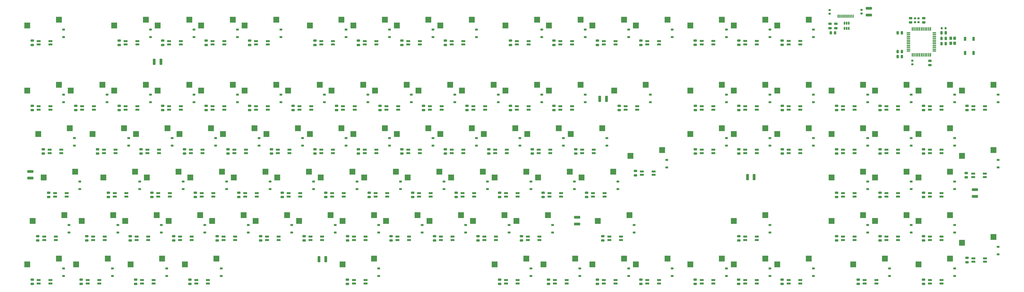
<source format=gbp>
%TF.GenerationSoftware,KiCad,Pcbnew,7.0.10*%
%TF.CreationDate,2024-01-14T19:19:27+05:30*%
%TF.ProjectId,kbd,6b62642e-6b69-4636-9164-5f7063625858,rev?*%
%TF.SameCoordinates,Original*%
%TF.FileFunction,Paste,Bot*%
%TF.FilePolarity,Positive*%
%FSLAX46Y46*%
G04 Gerber Fmt 4.6, Leading zero omitted, Abs format (unit mm)*
G04 Created by KiCad (PCBNEW 7.0.10) date 2024-01-14 19:19:27*
%MOMM*%
%LPD*%
G01*
G04 APERTURE LIST*
G04 Aperture macros list*
%AMRoundRect*
0 Rectangle with rounded corners*
0 $1 Rounding radius*
0 $2 $3 $4 $5 $6 $7 $8 $9 X,Y pos of 4 corners*
0 Add a 4 corners polygon primitive as box body*
4,1,4,$2,$3,$4,$5,$6,$7,$8,$9,$2,$3,0*
0 Add four circle primitives for the rounded corners*
1,1,$1+$1,$2,$3*
1,1,$1+$1,$4,$5*
1,1,$1+$1,$6,$7*
1,1,$1+$1,$8,$9*
0 Add four rect primitives between the rounded corners*
20,1,$1+$1,$2,$3,$4,$5,0*
20,1,$1+$1,$4,$5,$6,$7,0*
20,1,$1+$1,$6,$7,$8,$9,0*
20,1,$1+$1,$8,$9,$2,$3,0*%
G04 Aperture macros list end*
%ADD10R,2.550000X2.500000*%
%ADD11RoundRect,0.225000X0.375000X-0.225000X0.375000X0.225000X-0.375000X0.225000X-0.375000X-0.225000X0*%
%ADD12RoundRect,0.250000X0.475000X-0.250000X0.475000X0.250000X-0.475000X0.250000X-0.475000X-0.250000X0*%
%ADD13RoundRect,0.250000X-0.475000X0.250000X-0.475000X-0.250000X0.475000X-0.250000X0.475000X0.250000X0*%
%ADD14R,1.700000X0.820000*%
%ADD15RoundRect,0.205000X-0.645000X-0.205000X0.645000X-0.205000X0.645000X0.205000X-0.645000X0.205000X0*%
%ADD16RoundRect,0.205000X0.645000X0.205000X-0.645000X0.205000X-0.645000X-0.205000X0.645000X-0.205000X0*%
%ADD17RoundRect,0.250000X-0.325000X-1.100000X0.325000X-1.100000X0.325000X1.100000X-0.325000X1.100000X0*%
%ADD18RoundRect,0.250000X0.250000X0.475000X-0.250000X0.475000X-0.250000X-0.475000X0.250000X-0.475000X0*%
%ADD19RoundRect,0.250000X0.262500X0.450000X-0.262500X0.450000X-0.262500X-0.450000X0.262500X-0.450000X0*%
%ADD20R,0.550000X1.500000*%
%ADD21R,1.500000X0.550000*%
%ADD22RoundRect,0.250000X1.100000X-0.325000X1.100000X0.325000X-1.100000X0.325000X-1.100000X-0.325000X0*%
%ADD23RoundRect,0.200000X-0.275000X0.200000X-0.275000X-0.200000X0.275000X-0.200000X0.275000X0.200000X0*%
%ADD24RoundRect,0.150000X-0.150000X0.512500X-0.150000X-0.512500X0.150000X-0.512500X0.150000X0.512500X0*%
%ADD25R,1.100000X1.800000*%
%ADD26R,1.200000X1.400000*%
%ADD27RoundRect,0.250000X0.325000X1.100000X-0.325000X1.100000X-0.325000X-1.100000X0.325000X-1.100000X0*%
%ADD28RoundRect,0.200000X0.275000X-0.200000X0.275000X0.200000X-0.275000X0.200000X-0.275000X-0.200000X0*%
%ADD29RoundRect,0.250000X-1.100000X0.325000X-1.100000X-0.325000X1.100000X-0.325000X1.100000X0.325000X0*%
%ADD30R,0.600000X1.450000*%
%ADD31R,0.300000X1.450000*%
%ADD32RoundRect,0.250000X-0.250000X-0.475000X0.250000X-0.475000X0.250000X0.475000X-0.250000X0.475000X0*%
%ADD33RoundRect,0.200000X0.200000X0.275000X-0.200000X0.275000X-0.200000X-0.275000X0.200000X-0.275000X0*%
G04 APERTURE END LIST*
D10*
%TO.C,SW68*%
X273427500Y-183197500D03*
X287277500Y-180657500D03*
%TD*%
%TO.C,SW32*%
X397252500Y-145097500D03*
X411102500Y-142557500D03*
%TD*%
%TO.C,SW76*%
X111502500Y-202247500D03*
X125352500Y-199707500D03*
%TD*%
%TO.C,SW63*%
X178177500Y-183197500D03*
X192027500Y-180657500D03*
%TD*%
%TO.C,SW105*%
X449640000Y-221297500D03*
X463490000Y-218757500D03*
%TD*%
%TO.C,SW15*%
X397252500Y-116522500D03*
X411102500Y-113982500D03*
%TD*%
%TO.C,SW51*%
X352008750Y-173672500D03*
X365858750Y-171132500D03*
%TD*%
%TO.C,SW61*%
X140077500Y-183197500D03*
X153927500Y-180657500D03*
%TD*%
%TO.C,SW78*%
X149602500Y-202247500D03*
X163452500Y-199707500D03*
%TD*%
%TO.C,SW65*%
X216277500Y-183197500D03*
X230127500Y-180657500D03*
%TD*%
%TO.C,SW77*%
X130552500Y-202247500D03*
X144402500Y-199707500D03*
%TD*%
%TO.C,SW104*%
X416302500Y-221297500D03*
X430152500Y-218757500D03*
%TD*%
%TO.C,SW12*%
X335340000Y-116522500D03*
X349190000Y-113982500D03*
%TD*%
%TO.C,SW31*%
X378202500Y-145097500D03*
X392052500Y-142557500D03*
%TD*%
%TO.C,SW80*%
X187702500Y-202247500D03*
X201552500Y-199707500D03*
%TD*%
%TO.C,SW6*%
X211515000Y-116522500D03*
X225365000Y-113982500D03*
%TD*%
%TO.C,SW11*%
X316290000Y-116522500D03*
X330140000Y-113982500D03*
%TD*%
%TO.C,SW87*%
X337721250Y-202247500D03*
X351571250Y-199707500D03*
%TD*%
%TO.C,SW46*%
X249615000Y-164147500D03*
X263465000Y-161607500D03*
%TD*%
%TO.C,SW17*%
X87690000Y-145097500D03*
X101540000Y-142557500D03*
%TD*%
%TO.C,SW25*%
X240090000Y-145097500D03*
X253940000Y-142557500D03*
%TD*%
%TO.C,SW22*%
X182940000Y-145097500D03*
X196790000Y-142557500D03*
%TD*%
%TO.C,SW60*%
X121027500Y-183197500D03*
X134877500Y-180657500D03*
%TD*%
%TO.C,SW74*%
X478215000Y-183197500D03*
X492065000Y-180657500D03*
%TD*%
%TO.C,SW13*%
X354390000Y-116522500D03*
X368240000Y-113982500D03*
%TD*%
%TO.C,SW29*%
X316290000Y-145097500D03*
X330140000Y-142557500D03*
%TD*%
%TO.C,SW66*%
X235327500Y-183197500D03*
X249177500Y-180657500D03*
%TD*%
%TO.C,SW93*%
X87690000Y-221297500D03*
X101540000Y-218757500D03*
%TD*%
%TO.C,SW8*%
X249615000Y-116522500D03*
X263465000Y-113982500D03*
%TD*%
%TO.C,SW64*%
X197227500Y-183197500D03*
X211077500Y-180657500D03*
%TD*%
%TO.C,SW44*%
X211515000Y-164147500D03*
X225365000Y-161607500D03*
%TD*%
%TO.C,SW16*%
X416302500Y-116522500D03*
X430152500Y-113982500D03*
%TD*%
%TO.C,SW42*%
X173415000Y-164147500D03*
X187265000Y-161607500D03*
%TD*%
%TO.C,SW49*%
X306765000Y-164147500D03*
X320615000Y-161607500D03*
%TD*%
%TO.C,SW38*%
X92452500Y-164147500D03*
X106302500Y-161607500D03*
%TD*%
%TO.C,SW99*%
X313908750Y-221297500D03*
X327758750Y-218757500D03*
%TD*%
%TO.C,SW10*%
X297240000Y-116522500D03*
X311090000Y-113982500D03*
%TD*%
%TO.C,SW98*%
X292477500Y-221297500D03*
X306327500Y-218757500D03*
%TD*%
%TO.C,SW14*%
X378202500Y-116522500D03*
X392052500Y-113982500D03*
%TD*%
%TO.C,SW101*%
X354390000Y-221297500D03*
X368240000Y-218757500D03*
%TD*%
%TO.C,SW24*%
X221040000Y-145097500D03*
X234890000Y-142557500D03*
%TD*%
%TO.C,SW103*%
X397252500Y-221297500D03*
X411102500Y-218757500D03*
%TD*%
%TO.C,SW54*%
X416302500Y-164147500D03*
X430152500Y-161607500D03*
%TD*%
%TO.C,SW50*%
X325815000Y-164147500D03*
X339665000Y-161607500D03*
%TD*%
%TO.C,SW82*%
X225802500Y-202247500D03*
X239652500Y-199707500D03*
%TD*%
%TO.C,SW89*%
X440115000Y-202247500D03*
X453965000Y-199707500D03*
%TD*%
%TO.C,SW88*%
X397252500Y-202247500D03*
X411102500Y-199707500D03*
%TD*%
%TO.C,SW41*%
X154365000Y-164147500D03*
X168215000Y-161607500D03*
%TD*%
%TO.C,SW2*%
X125790000Y-116522500D03*
X139640000Y-113982500D03*
%TD*%
%TO.C,SW28*%
X297240000Y-145097500D03*
X311090000Y-142557500D03*
%TD*%
%TO.C,SW100*%
X335340000Y-221297500D03*
X349190000Y-218757500D03*
%TD*%
%TO.C,SW20*%
X144840000Y-145097500D03*
X158690000Y-142557500D03*
%TD*%
%TO.C,SW30*%
X344865000Y-145097500D03*
X358715000Y-142557500D03*
%TD*%
%TO.C,SW37*%
X497265000Y-145097500D03*
X511115000Y-142557500D03*
%TD*%
%TO.C,SW71*%
X330577500Y-183197500D03*
X344427500Y-180657500D03*
%TD*%
%TO.C,SW26*%
X259140000Y-145097500D03*
X272990000Y-142557500D03*
%TD*%
%TO.C,SW90*%
X459165000Y-202247500D03*
X473015000Y-199707500D03*
%TD*%
%TO.C,SW91*%
X478215000Y-202247500D03*
X492065000Y-199707500D03*
%TD*%
%TO.C,SW36*%
X478215000Y-145097500D03*
X492065000Y-142557500D03*
%TD*%
%TO.C,SW9*%
X268665000Y-116522500D03*
X282515000Y-113982500D03*
%TD*%
%TO.C,SW84*%
X263902500Y-202247500D03*
X277752500Y-199707500D03*
%TD*%
%TO.C,SW53*%
X397252500Y-164147500D03*
X411102500Y-161607500D03*
%TD*%
%TO.C,SW5*%
X182940000Y-116522500D03*
X196790000Y-113982500D03*
%TD*%
%TO.C,SW43*%
X192465000Y-164147500D03*
X206315000Y-161607500D03*
%TD*%
%TO.C,SW40*%
X135315000Y-164147500D03*
X149165000Y-161607500D03*
%TD*%
%TO.C,SW96*%
X156746250Y-221297500D03*
X170596250Y-218757500D03*
%TD*%
%TO.C,SW1*%
X87690000Y-116522500D03*
X101540000Y-113982500D03*
%TD*%
%TO.C,SW62*%
X159127500Y-183197500D03*
X172977500Y-180657500D03*
%TD*%
%TO.C,SW72*%
X440115000Y-183197500D03*
X453965000Y-180657500D03*
%TD*%
%TO.C,SW94*%
X122971250Y-218757500D03*
X109121250Y-221297500D03*
%TD*%
%TO.C,SW33*%
X416302500Y-145097500D03*
X430152500Y-142557500D03*
%TD*%
%TO.C,SW56*%
X459165000Y-164147500D03*
X473015000Y-161607500D03*
%TD*%
%TO.C,SW92*%
X497265000Y-211772500D03*
X511115000Y-209232500D03*
%TD*%
%TO.C,SW70*%
X311527500Y-183197500D03*
X325377500Y-180657500D03*
%TD*%
%TO.C,SW18*%
X106740000Y-145097500D03*
X120590000Y-142557500D03*
%TD*%
%TO.C,SW39*%
X116265000Y-164147500D03*
X130115000Y-161607500D03*
%TD*%
%TO.C,SW73*%
X459165000Y-183197500D03*
X473015000Y-180657500D03*
%TD*%
%TO.C,SW102*%
X378202500Y-221297500D03*
X392052500Y-218757500D03*
%TD*%
%TO.C,SW79*%
X168652500Y-202247500D03*
X182502500Y-199707500D03*
%TD*%
%TO.C,SW97*%
X225802500Y-221297500D03*
X239652500Y-218757500D03*
%TD*%
%TO.C,SW55*%
X440115000Y-164147500D03*
X453965000Y-161607500D03*
%TD*%
%TO.C,SW57*%
X478215000Y-164147500D03*
X492065000Y-161607500D03*
%TD*%
%TO.C,SW52*%
X378202500Y-164147500D03*
X392052500Y-161607500D03*
%TD*%
%TO.C,SW58*%
X497265000Y-173672500D03*
X511115000Y-171132500D03*
%TD*%
%TO.C,SW59*%
X94833750Y-183197500D03*
X108683750Y-180657500D03*
%TD*%
%TO.C,SW23*%
X201990000Y-145097500D03*
X215840000Y-142557500D03*
%TD*%
%TO.C,SW4*%
X163890000Y-116522500D03*
X177740000Y-113982500D03*
%TD*%
%TO.C,SW48*%
X287715000Y-164147500D03*
X301565000Y-161607500D03*
%TD*%
%TO.C,SW19*%
X125790000Y-145097500D03*
X139640000Y-142557500D03*
%TD*%
%TO.C,SW47*%
X268665000Y-164147500D03*
X282515000Y-161607500D03*
%TD*%
%TO.C,SW81*%
X206752500Y-202247500D03*
X220602500Y-199707500D03*
%TD*%
%TO.C,SW67*%
X254377500Y-183197500D03*
X268227500Y-180657500D03*
%TD*%
%TO.C,SW7*%
X230565000Y-116522500D03*
X244415000Y-113982500D03*
%TD*%
%TO.C,SW21*%
X163890000Y-145097500D03*
X177740000Y-142557500D03*
%TD*%
%TO.C,SW75*%
X90071250Y-202247500D03*
X103921250Y-199707500D03*
%TD*%
%TO.C,SW106*%
X478215000Y-221297500D03*
X492065000Y-218757500D03*
%TD*%
%TO.C,SW83*%
X244852500Y-202247500D03*
X258702500Y-199707500D03*
%TD*%
%TO.C,SW69*%
X292477500Y-183197500D03*
X306327500Y-180657500D03*
%TD*%
%TO.C,SW85*%
X282952500Y-202247500D03*
X296802500Y-199707500D03*
%TD*%
%TO.C,SW95*%
X132933750Y-221297500D03*
X146783750Y-218757500D03*
%TD*%
%TO.C,SW3*%
X144840000Y-116522500D03*
X158690000Y-113982500D03*
%TD*%
%TO.C,SW34*%
X440115000Y-145097500D03*
X453965000Y-142557500D03*
%TD*%
%TO.C,SW86*%
X302002500Y-202247500D03*
X315852500Y-199707500D03*
%TD*%
%TO.C,SW27*%
X278190000Y-145097500D03*
X292040000Y-142557500D03*
%TD*%
%TO.C,SW35*%
X459165000Y-145097500D03*
X473015000Y-142557500D03*
%TD*%
%TO.C,SW45*%
X230565000Y-164147500D03*
X244415000Y-161607500D03*
%TD*%
D11*
%TO.C,D62*%
X175021584Y-188280312D03*
X175021584Y-184980312D03*
%TD*%
D12*
%TO.C,C12*%
X418491880Y-125057352D03*
X418491880Y-123157352D03*
%TD*%
D11*
%TO.C,D55*%
X456009044Y-169230328D03*
X456009044Y-165930328D03*
%TD*%
%TO.C,D11*%
X332184288Y-121605368D03*
X332184288Y-118305368D03*
%TD*%
D13*
%TO.C,C36*%
X204192768Y-151747528D03*
X204192768Y-153647528D03*
%TD*%
D11*
%TO.C,D70*%
X327421584Y-188280312D03*
X327421584Y-184980312D03*
%TD*%
D14*
%TO.C,U9*%
X302249872Y-123372552D03*
X302249872Y-124872552D03*
D15*
X307349872Y-124872552D03*
D14*
X307349872Y-123372552D03*
%TD*%
D11*
%TO.C,D29*%
X332184096Y-150180344D03*
X332184096Y-146880344D03*
%TD*%
D13*
%TO.C,C87*%
X354210640Y-180322504D03*
X354210640Y-182222504D03*
%TD*%
D11*
%TO.C,D60*%
X136921584Y-188280312D03*
X136921584Y-184980312D03*
%TD*%
D12*
%TO.C,C26*%
X147042080Y-125072552D03*
X147042080Y-123172552D03*
%TD*%
D14*
%TO.C,U101*%
X324019592Y-229647464D03*
X324019592Y-228147464D03*
D16*
X318919592Y-228147464D03*
D14*
X318919592Y-229647464D03*
%TD*%
D17*
%TO.C,C103*%
X215525000Y-219000000D03*
X218475000Y-219000000D03*
%TD*%
D18*
%TO.C,C3*%
X470950000Y-119750000D03*
X469050000Y-119750000D03*
%TD*%
D12*
%TO.C,C61*%
X308966608Y-172697512D03*
X308966608Y-170797512D03*
%TD*%
D14*
%TO.C,U61*%
X131137216Y-191547496D03*
X131137216Y-190047496D03*
D16*
X126037216Y-190047496D03*
D14*
X126037216Y-191547496D03*
%TD*%
%TO.C,U32*%
X354975576Y-153447528D03*
X354975576Y-151947528D03*
D16*
X349875576Y-151947528D03*
D14*
X349875576Y-153447528D03*
%TD*%
D11*
%TO.C,D80*%
X203596578Y-207330296D03*
X203596578Y-204030296D03*
%TD*%
D12*
%TO.C,C71*%
X118466608Y-172697512D03*
X118466608Y-170797512D03*
%TD*%
D11*
%TO.C,D7*%
X246459288Y-121605368D03*
X246459288Y-118305368D03*
%TD*%
D12*
%TO.C,C24*%
X185142080Y-125072552D03*
X185142080Y-123172552D03*
%TD*%
D14*
%TO.C,U36*%
X450224576Y-153447528D03*
X450224576Y-151947528D03*
D16*
X445124576Y-151947528D03*
D14*
X445124576Y-153447528D03*
%TD*%
D12*
%TO.C,C99*%
X285154784Y-210797480D03*
X285154784Y-208897480D03*
%TD*%
D14*
%TO.C,U97*%
X143045592Y-229647464D03*
X143045592Y-228147464D03*
D16*
X137945592Y-228147464D03*
D14*
X137945592Y-229647464D03*
%TD*%
D11*
%TO.C,D42*%
X189309284Y-169230328D03*
X189309284Y-165930328D03*
%TD*%
%TO.C,D101*%
X370283960Y-226380280D03*
X370283960Y-223080280D03*
%TD*%
D12*
%TO.C,C18*%
X318492080Y-125072552D03*
X318492080Y-123172552D03*
%TD*%
D11*
%TO.C,D95*%
X148827710Y-226380280D03*
X148827710Y-223080280D03*
%TD*%
D13*
%TO.C,C75*%
X123229408Y-189847496D03*
X123229408Y-191747496D03*
%TD*%
D14*
%TO.C,U73*%
X362118448Y-182022504D03*
X362118448Y-180522504D03*
D16*
X357018448Y-180522504D03*
D14*
X357018448Y-182022504D03*
%TD*%
%TO.C,U98*%
X166857592Y-229647464D03*
X166857592Y-228147464D03*
D16*
X161757592Y-228147464D03*
D14*
X161757592Y-229647464D03*
%TD*%
%TO.C,U48*%
X311774720Y-170997512D03*
X311774720Y-172497512D03*
D15*
X316874720Y-172497512D03*
D14*
X316874720Y-170997512D03*
%TD*%
D11*
%TO.C,D21*%
X179784096Y-150180344D03*
X179784096Y-146880344D03*
%TD*%
%TO.C,D59*%
X110727834Y-188280312D03*
X110727834Y-184980312D03*
%TD*%
D13*
%TO.C,C119*%
X337540112Y-227947464D03*
X337540112Y-229847464D03*
%TD*%
D11*
%TO.C,D103*%
X413146460Y-226380280D03*
X413146460Y-223080280D03*
%TD*%
D14*
%TO.C,U84*%
X287962592Y-209097480D03*
X287962592Y-210597480D03*
D15*
X293062592Y-210597480D03*
D14*
X293062592Y-209097480D03*
%TD*%
%TO.C,U89*%
X192712592Y-209097480D03*
X192712592Y-210597480D03*
D15*
X197812592Y-210597480D03*
D14*
X197812592Y-209097480D03*
%TD*%
D19*
%TO.C,FB1*%
X441662500Y-119750000D03*
X439837500Y-119750000D03*
%TD*%
D18*
%TO.C,C7*%
X490200000Y-124500000D03*
X488300000Y-124500000D03*
%TD*%
D11*
%TO.C,D74*%
X494108960Y-188280312D03*
X494108960Y-184980312D03*
%TD*%
D13*
%TO.C,C86*%
X332779408Y-189847496D03*
X332779408Y-191747496D03*
%TD*%
D20*
%TO.C,U1*%
X475500000Y-118050000D03*
X476300000Y-118050000D03*
X477100000Y-118050000D03*
X477900000Y-118050000D03*
X478700000Y-118050000D03*
X479500000Y-118050000D03*
X480300000Y-118050000D03*
X481100000Y-118050000D03*
X481900000Y-118050000D03*
X482700000Y-118050000D03*
X483500000Y-118050000D03*
D21*
X485200000Y-119750000D03*
X485200000Y-120550000D03*
X485200000Y-121350000D03*
X485200000Y-122150000D03*
X485200000Y-122950000D03*
X485200000Y-123750000D03*
X485200000Y-124550000D03*
X485200000Y-125350000D03*
X485200000Y-126150000D03*
X485200000Y-126950000D03*
X485200000Y-127750000D03*
D20*
X483500000Y-129450000D03*
X482700000Y-129450000D03*
X481900000Y-129450000D03*
X481100000Y-129450000D03*
X480300000Y-129450000D03*
X479500000Y-129450000D03*
X478700000Y-129450000D03*
X477900000Y-129450000D03*
X477100000Y-129450000D03*
X476300000Y-129450000D03*
X475500000Y-129450000D03*
D21*
X473800000Y-127750000D03*
X473800000Y-126950000D03*
X473800000Y-126150000D03*
X473800000Y-125350000D03*
X473800000Y-124550000D03*
X473800000Y-123750000D03*
X473800000Y-122950000D03*
X473800000Y-122150000D03*
X473800000Y-121350000D03*
X473800000Y-120550000D03*
X473800000Y-119750000D03*
%TD*%
D11*
%TO.C,D45*%
X246459284Y-169230328D03*
X246459284Y-165930328D03*
%TD*%
D12*
%TO.C,C94*%
X461366784Y-210797480D03*
X461366784Y-208897480D03*
%TD*%
D18*
%TO.C,C4*%
X470950000Y-128000000D03*
X469050000Y-128000000D03*
%TD*%
D11*
%TO.C,D102*%
X394096460Y-226380280D03*
X394096460Y-223080280D03*
%TD*%
D14*
%TO.C,U100*%
X302588592Y-229647464D03*
X302588592Y-228147464D03*
D16*
X297488592Y-228147464D03*
D14*
X297488592Y-229647464D03*
%TD*%
D11*
%TO.C,D16*%
X432196788Y-121605368D03*
X432196788Y-118305368D03*
%TD*%
%TO.C,D46*%
X265509284Y-169230328D03*
X265509284Y-165930328D03*
%TD*%
D13*
%TO.C,C85*%
X313729408Y-189847496D03*
X313729408Y-191747496D03*
%TD*%
D14*
%TO.C,U17*%
X130799888Y-123372552D03*
X130799888Y-124872552D03*
D15*
X135899888Y-124872552D03*
D14*
X135899888Y-123372552D03*
%TD*%
%TO.C,U16*%
X149849872Y-123372552D03*
X149849872Y-124872552D03*
D15*
X154949872Y-124872552D03*
D14*
X154949872Y-123372552D03*
%TD*%
%TO.C,U95*%
X97802592Y-229647464D03*
X97802592Y-228147464D03*
D16*
X92702592Y-228147464D03*
D14*
X92702592Y-229647464D03*
%TD*%
D12*
%TO.C,C52*%
X499169112Y-183115472D03*
X499169112Y-181215472D03*
%TD*%
D14*
%TO.C,U54*%
X197474720Y-170997512D03*
X197474720Y-172497512D03*
D15*
X202574720Y-172497512D03*
D14*
X202574720Y-170997512D03*
%TD*%
%TO.C,U77*%
X502274576Y-218622472D03*
X502274576Y-220122472D03*
D15*
X507374576Y-220122472D03*
D14*
X507374576Y-218622472D03*
%TD*%
%TO.C,U81*%
X402262592Y-209097480D03*
X402262592Y-210597480D03*
D15*
X407362592Y-210597480D03*
D14*
X407362592Y-209097480D03*
%TD*%
D11*
%TO.C,D4*%
X179784288Y-121605368D03*
X179784288Y-118305368D03*
%TD*%
%TO.C,D61*%
X155971584Y-188280312D03*
X155971584Y-184980312D03*
%TD*%
%TO.C,D34*%
X456009072Y-150180344D03*
X456009072Y-146880344D03*
%TD*%
D14*
%TO.C,U26*%
X231150576Y-153447528D03*
X231150576Y-151947528D03*
D16*
X226050576Y-151947528D03*
D14*
X226050576Y-153447528D03*
%TD*%
D12*
%TO.C,C68*%
X175616608Y-172697512D03*
X175616608Y-170797512D03*
%TD*%
D11*
%TO.C,D104*%
X432196460Y-226380280D03*
X432196460Y-223080280D03*
%TD*%
%TO.C,D58*%
X513158944Y-178755320D03*
X513158944Y-175455320D03*
%TD*%
%TO.C,D19*%
X141684096Y-150180344D03*
X141684096Y-146880344D03*
%TD*%
D14*
%TO.C,U35*%
X426412576Y-153447528D03*
X426412576Y-151947528D03*
D16*
X421312576Y-151947528D03*
D14*
X421312576Y-153447528D03*
%TD*%
D22*
%TO.C,C88*%
X503000000Y-191475000D03*
X503000000Y-188525000D03*
%TD*%
D11*
%TO.C,D10*%
X313134288Y-121605368D03*
X313134288Y-118305368D03*
%TD*%
D14*
%TO.C,U41*%
X483224592Y-170997512D03*
X483224592Y-172497512D03*
D15*
X488324592Y-172497512D03*
D14*
X488324592Y-170997512D03*
%TD*%
D23*
%TO.C,R3*%
X475500000Y-131925000D03*
X475500000Y-133575000D03*
%TD*%
D24*
%TO.C,U2*%
X445800000Y-115560000D03*
X446750000Y-115560000D03*
X447700000Y-115560000D03*
X447700000Y-117835000D03*
X446750000Y-117835000D03*
X445800000Y-117835000D03*
%TD*%
D14*
%TO.C,U104*%
X388312592Y-229647464D03*
X388312592Y-228147464D03*
D16*
X383212592Y-228147464D03*
D14*
X383212592Y-229647464D03*
%TD*%
D13*
%TO.C,C113*%
X135135112Y-227947464D03*
X135135112Y-229847464D03*
%TD*%
D14*
%TO.C,U68*%
X264487216Y-191547496D03*
X264487216Y-190047496D03*
D16*
X259387216Y-190047496D03*
D14*
X259387216Y-191547496D03*
%TD*%
%TO.C,U93*%
X116512592Y-209097480D03*
X116512592Y-210597480D03*
D15*
X121612592Y-210597480D03*
D14*
X121612592Y-209097480D03*
%TD*%
%TO.C,U58*%
X121274720Y-170997512D03*
X121274720Y-172497512D03*
D15*
X126374720Y-172497512D03*
D14*
X126374720Y-170997512D03*
%TD*%
D11*
%TO.C,D39*%
X132159284Y-169230328D03*
X132159284Y-165930328D03*
%TD*%
D18*
%TO.C,C1*%
X470950000Y-130206250D03*
X469050000Y-130206250D03*
%TD*%
D11*
%TO.C,D51*%
X367902816Y-178755320D03*
X367902816Y-175455320D03*
%TD*%
D25*
%TO.C,SW999*%
X502350000Y-128600000D03*
X502350000Y-122400000D03*
X498650000Y-128600000D03*
X498650000Y-122400000D03*
%TD*%
D11*
%TO.C,D13*%
X370284288Y-121605368D03*
X370284288Y-118305368D03*
%TD*%
%TO.C,D91*%
X494108960Y-207330296D03*
X494108960Y-204030296D03*
%TD*%
D14*
%TO.C,U69*%
X283537216Y-191547496D03*
X283537216Y-190047496D03*
D16*
X278437216Y-190047496D03*
D14*
X278437216Y-191547496D03*
%TD*%
%TO.C,U83*%
X307012592Y-209097480D03*
X307012592Y-210597480D03*
D15*
X312112592Y-210597480D03*
D14*
X312112592Y-209097480D03*
%TD*%
D11*
%TO.C,D35*%
X475059072Y-150180344D03*
X475059072Y-146880344D03*
%TD*%
D12*
%TO.C,C9*%
X442000000Y-117700000D03*
X442000000Y-115800000D03*
%TD*%
D11*
%TO.C,D78*%
X165496578Y-207330296D03*
X165496578Y-204030296D03*
%TD*%
D12*
%TO.C,C69*%
X156566608Y-172697512D03*
X156566608Y-170797512D03*
%TD*%
D23*
%TO.C,R2*%
X476750000Y-113425000D03*
X476750000Y-115075000D03*
%TD*%
D11*
%TO.C,D64*%
X213121584Y-188280312D03*
X213121584Y-184980312D03*
%TD*%
%TO.C,D36*%
X494109072Y-150180344D03*
X494109072Y-146880344D03*
%TD*%
D14*
%TO.C,U25*%
X212100576Y-153447528D03*
X212100576Y-151947528D03*
D16*
X207000576Y-151947528D03*
D14*
X207000576Y-153447528D03*
%TD*%
D12*
%TO.C,C11*%
X480500000Y-115200000D03*
X480500000Y-113300000D03*
%TD*%
%TO.C,C23*%
X213717080Y-125072552D03*
X213717080Y-123172552D03*
%TD*%
%TO.C,C17*%
X337542080Y-125072552D03*
X337542080Y-123172552D03*
%TD*%
D14*
%TO.C,U85*%
X268912592Y-209097480D03*
X268912592Y-210597480D03*
D15*
X274012592Y-210597480D03*
D14*
X274012592Y-209097480D03*
%TD*%
D11*
%TO.C,D90*%
X475058960Y-207330296D03*
X475058960Y-204030296D03*
%TD*%
D14*
%TO.C,U8*%
X321299872Y-123372552D03*
X321299872Y-124872552D03*
D15*
X326399872Y-124872552D03*
D14*
X326399872Y-123372552D03*
%TD*%
D11*
%TO.C,D53*%
X413146544Y-169230328D03*
X413146544Y-165930328D03*
%TD*%
%TO.C,D43*%
X208359284Y-169230328D03*
X208359284Y-165930328D03*
%TD*%
%TO.C,D82*%
X241696578Y-207330296D03*
X241696578Y-204030296D03*
%TD*%
D12*
%TO.C,C102*%
X228004784Y-210797480D03*
X228004784Y-208897480D03*
%TD*%
%TO.C,C15*%
X380391880Y-125057352D03*
X380391880Y-123157352D03*
%TD*%
D14*
%TO.C,U59*%
X97462720Y-170997512D03*
X97462720Y-172497512D03*
D15*
X102562720Y-172497512D03*
D14*
X102562720Y-170997512D03*
%TD*%
D12*
%TO.C,C70*%
X137516608Y-172697512D03*
X137516608Y-170797512D03*
%TD*%
D11*
%TO.C,D50*%
X341709284Y-169230328D03*
X341709284Y-165930328D03*
%TD*%
%TO.C,D38*%
X108346784Y-169230328D03*
X108346784Y-165930328D03*
%TD*%
%TO.C,D5*%
X198834288Y-121605368D03*
X198834288Y-118305368D03*
%TD*%
D14*
%TO.C,U102*%
X345450592Y-229647464D03*
X345450592Y-228147464D03*
D16*
X340350592Y-228147464D03*
D14*
X340350592Y-229647464D03*
%TD*%
D11*
%TO.C,D49*%
X322659284Y-169230328D03*
X322659284Y-165930328D03*
%TD*%
D14*
%TO.C,U64*%
X188287216Y-191547496D03*
X188287216Y-190047496D03*
D16*
X183187216Y-190047496D03*
D14*
X183187216Y-191547496D03*
%TD*%
%TO.C,U79*%
X464174592Y-209097480D03*
X464174592Y-210597480D03*
D15*
X469274592Y-210597480D03*
D14*
X469274592Y-209097480D03*
%TD*%
%TO.C,U55*%
X178424720Y-170997512D03*
X178424720Y-172497512D03*
D15*
X183524720Y-172497512D03*
D14*
X183524720Y-170997512D03*
%TD*%
D11*
%TO.C,D24*%
X236934096Y-150180344D03*
X236934096Y-146880344D03*
%TD*%
D14*
%TO.C,U40*%
X502189200Y-181500200D03*
X502189200Y-183000200D03*
D15*
X507289200Y-183000200D03*
D14*
X507289200Y-181500200D03*
%TD*%
D13*
%TO.C,C80*%
X218479408Y-189847496D03*
X218479408Y-191747496D03*
%TD*%
D14*
%TO.C,U91*%
X154612592Y-209097480D03*
X154612592Y-210597480D03*
D15*
X159712592Y-210597480D03*
D14*
X159712592Y-209097480D03*
%TD*%
D13*
%TO.C,C82*%
X256579408Y-189847496D03*
X256579408Y-191747496D03*
%TD*%
D14*
%TO.C,U87*%
X230812592Y-209097480D03*
X230812592Y-210597480D03*
D15*
X235912592Y-210597480D03*
D14*
X235912592Y-209097480D03*
%TD*%
D11*
%TO.C,D31*%
X394096572Y-150180344D03*
X394096572Y-146880344D03*
%TD*%
%TO.C,D98*%
X308371460Y-226380280D03*
X308371460Y-223080280D03*
%TD*%
%TO.C,D66*%
X251221584Y-188280312D03*
X251221584Y-184980312D03*
%TD*%
D13*
%TO.C,C120*%
X356590112Y-227947464D03*
X356590112Y-229847464D03*
%TD*%
D14*
%TO.C,U30*%
X307350576Y-153447528D03*
X307350576Y-151947528D03*
D16*
X302250576Y-151947528D03*
D14*
X302250576Y-153447528D03*
%TD*%
%TO.C,U107*%
X459749592Y-229647464D03*
X459749592Y-228147464D03*
D16*
X454649592Y-228147464D03*
D14*
X454649592Y-229647464D03*
%TD*%
D13*
%TO.C,C49*%
X461366768Y-151747528D03*
X461366768Y-153647528D03*
%TD*%
D12*
%TO.C,C92*%
X499466768Y-220322472D03*
X499466768Y-218422472D03*
%TD*%
D14*
%TO.C,U18*%
X92699920Y-123372552D03*
X92699920Y-124872552D03*
D15*
X97799920Y-124872552D03*
D14*
X97799920Y-123372552D03*
%TD*%
D12*
%TO.C,C5*%
X474750000Y-115200000D03*
X474750000Y-113300000D03*
%TD*%
%TO.C,C21*%
X251817080Y-125072552D03*
X251817080Y-123172552D03*
%TD*%
D11*
%TO.C,D25*%
X255984096Y-150180344D03*
X255984096Y-146880344D03*
%TD*%
D12*
%TO.C,C101*%
X247054784Y-210797480D03*
X247054784Y-208897480D03*
%TD*%
D11*
%TO.C,D15*%
X413146788Y-121605368D03*
X413146788Y-118305368D03*
%TD*%
D14*
%TO.C,U19*%
X97800576Y-153447528D03*
X97800576Y-151947528D03*
D16*
X92700576Y-151947528D03*
D14*
X92700576Y-153447528D03*
%TD*%
D11*
%TO.C,D17*%
X103584096Y-150180344D03*
X103584096Y-146880344D03*
%TD*%
D12*
%TO.C,C100*%
X266104784Y-210797480D03*
X266104784Y-208897480D03*
%TD*%
D13*
%TO.C,C6*%
X483250000Y-132050000D03*
X483250000Y-133950000D03*
%TD*%
%TO.C,C123*%
X418502112Y-227947464D03*
X418502112Y-229847464D03*
%TD*%
D11*
%TO.C,D47*%
X284559284Y-169230328D03*
X284559284Y-165930328D03*
%TD*%
%TO.C,D71*%
X346471584Y-188280312D03*
X346471584Y-184980312D03*
%TD*%
D13*
%TO.C,C40*%
X280392768Y-151747528D03*
X280392768Y-153647528D03*
%TD*%
%TO.C,C89*%
X442316816Y-189847496D03*
X442316816Y-191747496D03*
%TD*%
D14*
%TO.C,U4*%
X402271672Y-123355352D03*
X402271672Y-124855352D03*
D15*
X407371672Y-124855352D03*
D14*
X407371672Y-123355352D03*
%TD*%
%TO.C,U76*%
X488324592Y-191547496D03*
X488324592Y-190047496D03*
D16*
X483224592Y-190047496D03*
D14*
X483224592Y-191547496D03*
%TD*%
D12*
%TO.C,C72*%
X94654608Y-172697512D03*
X94654608Y-170797512D03*
%TD*%
D14*
%TO.C,U52*%
X235574720Y-170997512D03*
X235574720Y-172497512D03*
D15*
X240674720Y-172497512D03*
D14*
X240674720Y-170997512D03*
%TD*%
%TO.C,U56*%
X159374720Y-170997512D03*
X159374720Y-172497512D03*
D15*
X164474720Y-172497512D03*
D14*
X164474720Y-170997512D03*
%TD*%
D12*
%TO.C,C55*%
X442316368Y-172697512D03*
X442316368Y-170797512D03*
%TD*%
D13*
%TO.C,C114*%
X158947112Y-227947464D03*
X158947112Y-229847464D03*
%TD*%
%TO.C,C50*%
X480416768Y-151747528D03*
X480416768Y-153647528D03*
%TD*%
%TO.C,C79*%
X199429408Y-189847496D03*
X199429408Y-191747496D03*
%TD*%
D14*
%TO.C,U3*%
X421299672Y-123357352D03*
X421299672Y-124857352D03*
D15*
X426399672Y-124857352D03*
D14*
X426399672Y-123357352D03*
%TD*%
D11*
%TO.C,D84*%
X279796578Y-207330296D03*
X279796578Y-204030296D03*
%TD*%
D14*
%TO.C,U44*%
X421312592Y-170997512D03*
X421312592Y-172497512D03*
D15*
X426412592Y-172497512D03*
D14*
X426412592Y-170997512D03*
%TD*%
%TO.C,U37*%
X469274576Y-153447528D03*
X469274576Y-151947528D03*
D16*
X464174576Y-151947528D03*
D14*
X464174576Y-153447528D03*
%TD*%
%TO.C,U47*%
X330824720Y-170997512D03*
X330824720Y-172497512D03*
D15*
X335924720Y-172497512D03*
D14*
X335924720Y-170997512D03*
%TD*%
%TO.C,U34*%
X407362576Y-153447528D03*
X407362576Y-151947528D03*
D16*
X402262576Y-151947528D03*
D14*
X402262576Y-153447528D03*
%TD*%
D12*
%TO.C,C107*%
X151804784Y-210797480D03*
X151804784Y-208897480D03*
%TD*%
D14*
%TO.C,U15*%
X168899872Y-123372552D03*
X168899872Y-124872552D03*
D15*
X173999872Y-124872552D03*
D14*
X173999872Y-123372552D03*
%TD*%
%TO.C,U38*%
X488324576Y-153447528D03*
X488324576Y-151947528D03*
D16*
X483224576Y-151947528D03*
D14*
X483224576Y-153447528D03*
%TD*%
D12*
%TO.C,C63*%
X270866608Y-172697512D03*
X270866608Y-170797512D03*
%TD*%
D14*
%TO.C,U99*%
X235913592Y-229647464D03*
X235913592Y-228147464D03*
D16*
X230813592Y-228147464D03*
D14*
X230813592Y-229647464D03*
%TD*%
D12*
%TO.C,C59*%
X380404368Y-172697512D03*
X380404368Y-170797512D03*
%TD*%
%TO.C,C65*%
X232766608Y-172697512D03*
X232766608Y-170797512D03*
%TD*%
%TO.C,C110*%
X92273784Y-210797480D03*
X92273784Y-208897480D03*
%TD*%
D14*
%TO.C,U51*%
X254624720Y-170997512D03*
X254624720Y-172497512D03*
D15*
X259724720Y-172497512D03*
D14*
X259724720Y-170997512D03*
%TD*%
%TO.C,U6*%
X359399872Y-123372552D03*
X359399872Y-124872552D03*
D15*
X364499872Y-124872552D03*
D14*
X364499872Y-123372552D03*
%TD*%
D26*
%TO.C,Y1*%
X494100000Y-122150000D03*
X494100000Y-124350000D03*
X492400000Y-124350000D03*
X492400000Y-122150000D03*
%TD*%
D13*
%TO.C,C112*%
X111323112Y-227947464D03*
X111323112Y-229847464D03*
%TD*%
D11*
%TO.C,D14*%
X394096788Y-121605368D03*
X394096788Y-118305368D03*
%TD*%
%TO.C,D99*%
X329802710Y-226380280D03*
X329802710Y-223080280D03*
%TD*%
D14*
%TO.C,U65*%
X207337216Y-191547496D03*
X207337216Y-190047496D03*
D16*
X202237216Y-190047496D03*
D14*
X202237216Y-191547496D03*
%TD*%
D11*
%TO.C,D100*%
X351233960Y-226380280D03*
X351233960Y-223080280D03*
%TD*%
%TO.C,D106*%
X494108960Y-226380280D03*
X494108960Y-223080280D03*
%TD*%
D12*
%TO.C,C105*%
X189904784Y-210797480D03*
X189904784Y-208897480D03*
%TD*%
D13*
%TO.C,C30*%
X89892768Y-151747528D03*
X89892768Y-153647528D03*
%TD*%
%TO.C,C35*%
X185142768Y-151747528D03*
X185142768Y-153647528D03*
%TD*%
D14*
%TO.C,U92*%
X135562592Y-209097480D03*
X135562592Y-210597480D03*
D15*
X140662592Y-210597480D03*
D14*
X140662592Y-209097480D03*
%TD*%
D13*
%TO.C,C90*%
X461366800Y-189847496D03*
X461366800Y-191747496D03*
%TD*%
D12*
%TO.C,C53*%
X480416368Y-172697512D03*
X480416368Y-170797512D03*
%TD*%
D27*
%TO.C,C43*%
X341475000Y-148750000D03*
X338525000Y-148750000D03*
%TD*%
D11*
%TO.C,D6*%
X227409288Y-121605368D03*
X227409288Y-118305368D03*
%TD*%
D27*
%TO.C,C58*%
X406225000Y-183058440D03*
X403275000Y-183058440D03*
%TD*%
D14*
%TO.C,U7*%
X340349872Y-123372552D03*
X340349872Y-124872552D03*
D15*
X345449872Y-124872552D03*
D14*
X345449872Y-123372552D03*
%TD*%
D13*
%TO.C,C124*%
X451839112Y-227947464D03*
X451839112Y-229847464D03*
%TD*%
D14*
%TO.C,U86*%
X249862592Y-209097480D03*
X249862592Y-210597480D03*
D15*
X254962592Y-210597480D03*
D14*
X254962592Y-209097480D03*
%TD*%
%TO.C,U45*%
X402262592Y-170997512D03*
X402262592Y-172497512D03*
D15*
X407362592Y-172497512D03*
D14*
X407362592Y-170997512D03*
%TD*%
D13*
%TO.C,C51*%
X499466768Y-151747528D03*
X499466768Y-153647528D03*
%TD*%
D12*
%TO.C,C67*%
X194666608Y-172697512D03*
X194666608Y-170797512D03*
%TD*%
D13*
%TO.C,C111*%
X89892112Y-227947464D03*
X89892112Y-229847464D03*
%TD*%
%TO.C,C33*%
X147042768Y-151747528D03*
X147042768Y-153647528D03*
%TD*%
D12*
%TO.C,C57*%
X399454368Y-172697512D03*
X399454368Y-170797512D03*
%TD*%
D14*
%TO.C,U49*%
X292724720Y-170997512D03*
X292724720Y-172497512D03*
D15*
X297824720Y-172497512D03*
D14*
X297824720Y-170997512D03*
%TD*%
%TO.C,U43*%
X445124592Y-170997512D03*
X445124592Y-172497512D03*
D15*
X450224592Y-172497512D03*
D14*
X450224592Y-170997512D03*
%TD*%
%TO.C,U70*%
X302587216Y-191547496D03*
X302587216Y-190047496D03*
D16*
X297487216Y-190047496D03*
D14*
X297487216Y-191547496D03*
%TD*%
D11*
%TO.C,D52*%
X394096544Y-169230328D03*
X394096544Y-165930328D03*
%TD*%
D13*
%TO.C,C78*%
X180379408Y-189847496D03*
X180379408Y-191747496D03*
%TD*%
D14*
%TO.C,U28*%
X269250576Y-153447528D03*
X269250576Y-151947528D03*
D16*
X264150576Y-151947528D03*
D14*
X264150576Y-153447528D03*
%TD*%
D11*
%TO.C,D79*%
X184546578Y-207330296D03*
X184546578Y-204030296D03*
%TD*%
D14*
%TO.C,U94*%
X95081592Y-209097480D03*
X95081592Y-210597480D03*
D15*
X100181592Y-210597480D03*
D14*
X100181592Y-209097480D03*
%TD*%
D11*
%TO.C,D41*%
X170259284Y-169230328D03*
X170259284Y-165930328D03*
%TD*%
D14*
%TO.C,U13*%
X216524872Y-123372552D03*
X216524872Y-124872552D03*
D15*
X221624872Y-124872552D03*
D14*
X221624872Y-123372552D03*
%TD*%
D12*
%TO.C,C56*%
X418504368Y-172697512D03*
X418504368Y-170797512D03*
%TD*%
D14*
%TO.C,U50*%
X273674720Y-170997512D03*
X273674720Y-172497512D03*
D15*
X278774720Y-172497512D03*
D14*
X278774720Y-170997512D03*
%TD*%
D11*
%TO.C,D30*%
X360759072Y-150180344D03*
X360759072Y-146880344D03*
%TD*%
D14*
%TO.C,U67*%
X245437216Y-191547496D03*
X245437216Y-190047496D03*
D16*
X240337216Y-190047496D03*
D14*
X240337216Y-191547496D03*
%TD*%
D12*
%TO.C,C96*%
X399454784Y-210797480D03*
X399454784Y-208897480D03*
%TD*%
%TO.C,C25*%
X166092080Y-125072552D03*
X166092080Y-123172552D03*
%TD*%
D14*
%TO.C,U33*%
X388312576Y-153447528D03*
X388312576Y-151947528D03*
D16*
X383212576Y-151947528D03*
D14*
X383212576Y-153447528D03*
%TD*%
D11*
%TO.C,D67*%
X270271584Y-188280312D03*
X270271584Y-184980312D03*
%TD*%
D13*
%TO.C,C31*%
X108942768Y-151747528D03*
X108942768Y-153647528D03*
%TD*%
D14*
%TO.C,U57*%
X140324720Y-170997512D03*
X140324720Y-172497512D03*
D15*
X145424720Y-172497512D03*
D14*
X145424720Y-170997512D03*
%TD*%
D11*
%TO.C,D18*%
X122634096Y-150180344D03*
X122634096Y-146880344D03*
%TD*%
D13*
%TO.C,C42*%
X318492768Y-151747528D03*
X318492768Y-153647528D03*
%TD*%
D11*
%TO.C,D44*%
X227409284Y-169230328D03*
X227409284Y-165930328D03*
%TD*%
D14*
%TO.C,U39*%
X507374576Y-153447528D03*
X507374576Y-151947528D03*
D16*
X502274576Y-151947528D03*
D14*
X502274576Y-153447528D03*
%TD*%
D13*
%TO.C,C34*%
X166092768Y-151747528D03*
X166092768Y-153647528D03*
%TD*%
D11*
%TO.C,D87*%
X353615328Y-207330296D03*
X353615328Y-204030296D03*
%TD*%
D12*
%TO.C,C19*%
X299442080Y-125072552D03*
X299442080Y-123172552D03*
%TD*%
D11*
%TO.C,D28*%
X313134096Y-150180344D03*
X313134096Y-146880344D03*
%TD*%
%TO.C,D86*%
X317896578Y-207330296D03*
X317896578Y-204030296D03*
%TD*%
%TO.C,D68*%
X289321584Y-188280312D03*
X289321584Y-184980312D03*
%TD*%
D13*
%TO.C,C39*%
X261342768Y-151747528D03*
X261342768Y-153647528D03*
%TD*%
%TO.C,C84*%
X294679408Y-189847496D03*
X294679408Y-191747496D03*
%TD*%
D12*
%TO.C,C27*%
X127992080Y-125072552D03*
X127992080Y-123172552D03*
%TD*%
D28*
%TO.C,R5*%
X453250000Y-111325000D03*
X453250000Y-109675000D03*
%TD*%
D14*
%TO.C,U106*%
X426412592Y-229647464D03*
X426412592Y-228147464D03*
D16*
X421312592Y-228147464D03*
D14*
X421312592Y-229647464D03*
%TD*%
D11*
%TO.C,D83*%
X260746578Y-207330296D03*
X260746578Y-204030296D03*
%TD*%
D14*
%TO.C,U5*%
X383199672Y-123357352D03*
X383199672Y-124857352D03*
D15*
X388299672Y-124857352D03*
D14*
X388299672Y-123357352D03*
%TD*%
D18*
%TO.C,C8*%
X490200000Y-122250000D03*
X488300000Y-122250000D03*
%TD*%
D11*
%TO.C,D77*%
X146446578Y-207330296D03*
X146446578Y-204030296D03*
%TD*%
D12*
%TO.C,C60*%
X328016608Y-172697512D03*
X328016608Y-170797512D03*
%TD*%
D29*
%TO.C,C13*%
X456500000Y-109025000D03*
X456500000Y-111975000D03*
%TD*%
D13*
%TO.C,C45*%
X380404768Y-151747528D03*
X380404768Y-153647528D03*
%TD*%
%TO.C,C81*%
X237529408Y-189847496D03*
X237529408Y-191747496D03*
%TD*%
%TO.C,C32*%
X127992768Y-151747528D03*
X127992768Y-153647528D03*
%TD*%
D12*
%TO.C,C95*%
X442316784Y-210797480D03*
X442316784Y-208897480D03*
%TD*%
%TO.C,C64*%
X251816608Y-172697512D03*
X251816608Y-170797512D03*
%TD*%
D14*
%TO.C,U23*%
X174000576Y-153447528D03*
X174000576Y-151947528D03*
D16*
X168900576Y-151947528D03*
D14*
X168900576Y-153447528D03*
%TD*%
D12*
%TO.C,C66*%
X213716608Y-172697512D03*
X213716608Y-170797512D03*
%TD*%
D14*
%TO.C,U108*%
X488324592Y-229647464D03*
X488324592Y-228147464D03*
D16*
X483224592Y-228147464D03*
D14*
X483224592Y-229647464D03*
%TD*%
D13*
%TO.C,C47*%
X418504768Y-151747528D03*
X418504768Y-153647528D03*
%TD*%
D14*
%TO.C,U72*%
X340687216Y-191547496D03*
X340687216Y-190047496D03*
D16*
X335587216Y-190047496D03*
D14*
X335587216Y-191547496D03*
%TD*%
D13*
%TO.C,C83*%
X275629408Y-189847496D03*
X275629408Y-191747496D03*
%TD*%
D14*
%TO.C,U88*%
X211762592Y-209097480D03*
X211762592Y-210597480D03*
D15*
X216862592Y-210597480D03*
D14*
X216862592Y-209097480D03*
%TD*%
D30*
%TO.C,J2*%
X442995000Y-112525000D03*
X443795000Y-112525000D03*
D31*
X444995000Y-112525000D03*
X445995000Y-112525000D03*
X446495000Y-112525000D03*
X447495000Y-112525000D03*
D30*
X448695000Y-112525000D03*
X449495000Y-112525000D03*
X449495000Y-112525000D03*
X448695000Y-112525000D03*
D31*
X447995000Y-112525000D03*
X446995000Y-112525000D03*
X445495000Y-112525000D03*
X444495000Y-112525000D03*
D30*
X443795000Y-112525000D03*
X442995000Y-112525000D03*
%TD*%
D14*
%TO.C,U62*%
X150187216Y-191547496D03*
X150187216Y-190047496D03*
D16*
X145087216Y-190047496D03*
D14*
X145087216Y-191547496D03*
%TD*%
D13*
%TO.C,C117*%
X316109112Y-227947464D03*
X316109112Y-229847464D03*
%TD*%
%TO.C,C74*%
X97035408Y-189847496D03*
X97035408Y-191747496D03*
%TD*%
D14*
%TO.C,U27*%
X250200576Y-153447528D03*
X250200576Y-151947528D03*
D16*
X245100576Y-151947528D03*
D14*
X245100576Y-153447528D03*
%TD*%
%TO.C,U53*%
X216524720Y-170997512D03*
X216524720Y-172497512D03*
D15*
X221624720Y-172497512D03*
D14*
X221624720Y-170997512D03*
%TD*%
D11*
%TO.C,D105*%
X465533960Y-226380280D03*
X465533960Y-223080280D03*
%TD*%
D13*
%TO.C,C44*%
X347067768Y-151747528D03*
X347067768Y-153647528D03*
%TD*%
D14*
%TO.C,U60*%
X104943216Y-191547496D03*
X104943216Y-190047496D03*
D16*
X99843216Y-190047496D03*
D14*
X99843216Y-191547496D03*
%TD*%
D11*
%TO.C,D76*%
X127396578Y-207330296D03*
X127396578Y-204030296D03*
%TD*%
D13*
%TO.C,C77*%
X161329408Y-189847496D03*
X161329408Y-191747496D03*
%TD*%
D11*
%TO.C,D94*%
X125015210Y-226380280D03*
X125015210Y-223080280D03*
%TD*%
%TO.C,D37*%
X513159072Y-150180344D03*
X513159072Y-146880344D03*
%TD*%
%TO.C,D89*%
X456008960Y-207330296D03*
X456008960Y-204030296D03*
%TD*%
%TO.C,D92*%
X513158944Y-216855288D03*
X513158944Y-213555288D03*
%TD*%
D13*
%TO.C,C115*%
X228003112Y-227947464D03*
X228003112Y-229847464D03*
%TD*%
D11*
%TO.C,D85*%
X298846578Y-207330296D03*
X298846578Y-204030296D03*
%TD*%
D13*
%TO.C,C46*%
X399454768Y-151747528D03*
X399454768Y-153647528D03*
%TD*%
D11*
%TO.C,D20*%
X160734096Y-150180344D03*
X160734096Y-146880344D03*
%TD*%
%TO.C,D54*%
X432196544Y-169230328D03*
X432196544Y-165930328D03*
%TD*%
D14*
%TO.C,U11*%
X254624872Y-123372552D03*
X254624872Y-124872552D03*
D15*
X259724872Y-124872552D03*
D14*
X259724872Y-123372552D03*
%TD*%
%TO.C,U29*%
X288300576Y-153447528D03*
X288300576Y-151947528D03*
D16*
X283200576Y-151947528D03*
D14*
X283200576Y-153447528D03*
%TD*%
D22*
%TO.C,C118*%
X328612224Y-203583424D03*
X328612224Y-200633424D03*
%TD*%
D11*
%TO.C,D40*%
X151209284Y-169230328D03*
X151209284Y-165930328D03*
%TD*%
%TO.C,D26*%
X275034096Y-150180344D03*
X275034096Y-146880344D03*
%TD*%
%TO.C,D73*%
X475058960Y-188280312D03*
X475058960Y-184980312D03*
%TD*%
D13*
%TO.C,C91*%
X480416784Y-189847496D03*
X480416784Y-191747496D03*
%TD*%
D14*
%TO.C,U103*%
X364500592Y-229647464D03*
X364500592Y-228147464D03*
D16*
X359400592Y-228147464D03*
D14*
X359400592Y-229647464D03*
%TD*%
D11*
%TO.C,D96*%
X172640210Y-226380280D03*
X172640210Y-223080280D03*
%TD*%
D14*
%TO.C,U71*%
X321637216Y-191547496D03*
X321637216Y-190047496D03*
D16*
X316537216Y-190047496D03*
D14*
X316537216Y-191547496D03*
%TD*%
D12*
%TO.C,C22*%
X232767080Y-125072552D03*
X232767080Y-123172552D03*
%TD*%
D13*
%TO.C,C76*%
X142279408Y-189847496D03*
X142279408Y-191747496D03*
%TD*%
D32*
%TO.C,C2*%
X488300000Y-119750000D03*
X490200000Y-119750000D03*
%TD*%
D12*
%TO.C,C54*%
X461366368Y-172697512D03*
X461366368Y-170797512D03*
%TD*%
D13*
%TO.C,C125*%
X480414112Y-227947464D03*
X480414112Y-229847464D03*
%TD*%
D14*
%TO.C,U66*%
X226387216Y-191547496D03*
X226387216Y-190047496D03*
D16*
X221287216Y-190047496D03*
D14*
X221287216Y-191547496D03*
%TD*%
D11*
%TO.C,D2*%
X141684288Y-121605368D03*
X141684288Y-118305368D03*
%TD*%
D14*
%TO.C,U96*%
X119233592Y-229647464D03*
X119233592Y-228147464D03*
D16*
X114133592Y-228147464D03*
D14*
X114133592Y-229647464D03*
%TD*%
D11*
%TO.C,D69*%
X308371584Y-188280312D03*
X308371584Y-184980312D03*
%TD*%
D14*
%TO.C,U42*%
X464174592Y-170997512D03*
X464174592Y-172497512D03*
D15*
X469274592Y-172497512D03*
D14*
X469274592Y-170997512D03*
%TD*%
%TO.C,U105*%
X407362592Y-229647464D03*
X407362592Y-228147464D03*
D16*
X402262592Y-228147464D03*
D14*
X402262592Y-229647464D03*
%TD*%
D11*
%TO.C,D65*%
X232171584Y-188280312D03*
X232171584Y-184980312D03*
%TD*%
D14*
%TO.C,U14*%
X187949872Y-123372552D03*
X187949872Y-124872552D03*
D15*
X193049872Y-124872552D03*
D14*
X193049872Y-123372552D03*
%TD*%
D13*
%TO.C,C121*%
X380402112Y-227947464D03*
X380402112Y-229847464D03*
%TD*%
D11*
%TO.C,D56*%
X475059044Y-169230328D03*
X475059044Y-165930328D03*
%TD*%
D12*
%TO.C,C98*%
X304204784Y-210797480D03*
X304204784Y-208897480D03*
%TD*%
D14*
%TO.C,U20*%
X116850576Y-153447528D03*
X116850576Y-151947528D03*
D16*
X111750576Y-151947528D03*
D14*
X111750576Y-153447528D03*
%TD*%
D17*
%TO.C,C28*%
X143275000Y-132500000D03*
X146225000Y-132500000D03*
%TD*%
D14*
%TO.C,U10*%
X273674872Y-123372552D03*
X273674872Y-124872552D03*
D15*
X278774872Y-124872552D03*
D14*
X278774872Y-123372552D03*
%TD*%
D12*
%TO.C,C93*%
X480416784Y-210797480D03*
X480416784Y-208897480D03*
%TD*%
D14*
%TO.C,U22*%
X154950576Y-153447528D03*
X154950576Y-151947528D03*
D16*
X149850576Y-151947528D03*
D14*
X149850576Y-153447528D03*
%TD*%
D12*
%TO.C,C104*%
X208954784Y-210797480D03*
X208954784Y-208897480D03*
%TD*%
D13*
%TO.C,C122*%
X399452112Y-227947464D03*
X399452112Y-229847464D03*
%TD*%
D14*
%TO.C,U21*%
X135900576Y-153447528D03*
X135900576Y-151947528D03*
D16*
X130800576Y-151947528D03*
D14*
X130800576Y-153447528D03*
%TD*%
D11*
%TO.C,D8*%
X265509288Y-121605368D03*
X265509288Y-118305368D03*
%TD*%
%TO.C,D93*%
X103583960Y-226380280D03*
X103583960Y-223080280D03*
%TD*%
D13*
%TO.C,C48*%
X442316768Y-151747528D03*
X442316768Y-153647528D03*
%TD*%
D12*
%TO.C,C106*%
X170854784Y-210797480D03*
X170854784Y-208897480D03*
%TD*%
D33*
%TO.C,R1*%
X490075000Y-117750000D03*
X488425000Y-117750000D03*
%TD*%
D12*
%TO.C,C108*%
X132754784Y-210797480D03*
X132754784Y-208897480D03*
%TD*%
D14*
%TO.C,U90*%
X173662592Y-209097480D03*
X173662592Y-210597480D03*
D15*
X178762592Y-210597480D03*
D14*
X178762592Y-209097480D03*
%TD*%
D12*
%TO.C,C14*%
X399463880Y-125055352D03*
X399463880Y-123155352D03*
%TD*%
D11*
%TO.C,D63*%
X194071584Y-188280312D03*
X194071584Y-184980312D03*
%TD*%
D12*
%TO.C,C62*%
X289916608Y-172697512D03*
X289916608Y-170797512D03*
%TD*%
%TO.C,C97*%
X339923784Y-210797480D03*
X339923784Y-208897480D03*
%TD*%
D11*
%TO.C,D97*%
X241696460Y-226380280D03*
X241696460Y-223080280D03*
%TD*%
%TO.C,D57*%
X494109044Y-169230328D03*
X494109044Y-165930328D03*
%TD*%
%TO.C,D88*%
X413146460Y-207330296D03*
X413146460Y-204030296D03*
%TD*%
D12*
%TO.C,C109*%
X113704784Y-210797480D03*
X113704784Y-208897480D03*
%TD*%
D13*
%TO.C,C38*%
X242292768Y-151747528D03*
X242292768Y-153647528D03*
%TD*%
D11*
%TO.C,D72*%
X456008960Y-188280312D03*
X456008960Y-184980312D03*
%TD*%
D14*
%TO.C,U75*%
X469274608Y-191547496D03*
X469274608Y-190047496D03*
D16*
X464174608Y-190047496D03*
D14*
X464174608Y-191547496D03*
%TD*%
D13*
%TO.C,C37*%
X223242768Y-151747528D03*
X223242768Y-153647528D03*
%TD*%
D12*
%TO.C,C10*%
X439500000Y-117700000D03*
X439500000Y-115800000D03*
%TD*%
D11*
%TO.C,D32*%
X413146572Y-150180344D03*
X413146572Y-146880344D03*
%TD*%
%TO.C,D1*%
X103584288Y-121605368D03*
X103584288Y-118305368D03*
%TD*%
%TO.C,D22*%
X198834096Y-150180344D03*
X198834096Y-146880344D03*
%TD*%
D14*
%TO.C,U78*%
X483224592Y-209097480D03*
X483224592Y-210597480D03*
D15*
X488324592Y-210597480D03*
D14*
X488324592Y-209097480D03*
%TD*%
D11*
%TO.C,D48*%
X303609284Y-169230328D03*
X303609284Y-165930328D03*
%TD*%
D23*
%TO.C,R4*%
X478250000Y-113425000D03*
X478250000Y-115075000D03*
%TD*%
D11*
%TO.C,D27*%
X294084096Y-150180344D03*
X294084096Y-146880344D03*
%TD*%
%TO.C,D9*%
X284559288Y-121605368D03*
X284559288Y-118305368D03*
%TD*%
D14*
%TO.C,U74*%
X450224624Y-191547496D03*
X450224624Y-190047496D03*
D16*
X445124624Y-190047496D03*
D14*
X445124624Y-191547496D03*
%TD*%
D11*
%TO.C,D33*%
X432196572Y-150180344D03*
X432196572Y-146880344D03*
%TD*%
%TO.C,D75*%
X105965328Y-207330296D03*
X105965328Y-204030296D03*
%TD*%
%TO.C,D81*%
X222646578Y-207330296D03*
X222646578Y-204030296D03*
%TD*%
%TO.C,D12*%
X351234288Y-121605368D03*
X351234288Y-118305368D03*
%TD*%
D13*
%TO.C,C116*%
X294678112Y-227947464D03*
X294678112Y-229847464D03*
%TD*%
D12*
%TO.C,C16*%
X356592080Y-125072552D03*
X356592080Y-123172552D03*
%TD*%
D22*
%TO.C,C73*%
X89000000Y-183475000D03*
X89000000Y-180525000D03*
%TD*%
D11*
%TO.C,D3*%
X160734288Y-121605368D03*
X160734288Y-118305368D03*
%TD*%
D14*
%TO.C,U82*%
X342731592Y-209097480D03*
X342731592Y-210597480D03*
D15*
X347831592Y-210597480D03*
D14*
X347831592Y-209097480D03*
%TD*%
%TO.C,U31*%
X326400576Y-153447528D03*
X326400576Y-151947528D03*
D16*
X321300576Y-151947528D03*
D14*
X321300576Y-153447528D03*
%TD*%
D13*
%TO.C,C41*%
X299442768Y-151747528D03*
X299442768Y-153647528D03*
%TD*%
D12*
%TO.C,C20*%
X270867080Y-125072552D03*
X270867080Y-123172552D03*
%TD*%
D14*
%TO.C,U24*%
X193050576Y-153447528D03*
X193050576Y-151947528D03*
D16*
X187950576Y-151947528D03*
D14*
X187950576Y-153447528D03*
%TD*%
D28*
%TO.C,R6*%
X439250000Y-111397500D03*
X439250000Y-109747500D03*
%TD*%
D14*
%TO.C,U63*%
X169237216Y-191547496D03*
X169237216Y-190047496D03*
D16*
X164137216Y-190047496D03*
D14*
X164137216Y-191547496D03*
%TD*%
%TO.C,U12*%
X235574872Y-123372552D03*
X235574872Y-124872552D03*
D15*
X240674872Y-124872552D03*
D14*
X240674872Y-123372552D03*
%TD*%
D11*
%TO.C,D23*%
X217884096Y-150180344D03*
X217884096Y-146880344D03*
%TD*%
D12*
%TO.C,C29*%
X89892080Y-125072552D03*
X89892080Y-123172552D03*
%TD*%
D14*
%TO.C,U46*%
X383212592Y-170997512D03*
X383212592Y-172497512D03*
D15*
X388312592Y-172497512D03*
D14*
X388312592Y-170997512D03*
%TD*%
%TO.C,U80*%
X445124592Y-209097480D03*
X445124592Y-210597480D03*
D15*
X450224592Y-210597480D03*
D14*
X450224592Y-209097480D03*
%TD*%
M02*

</source>
